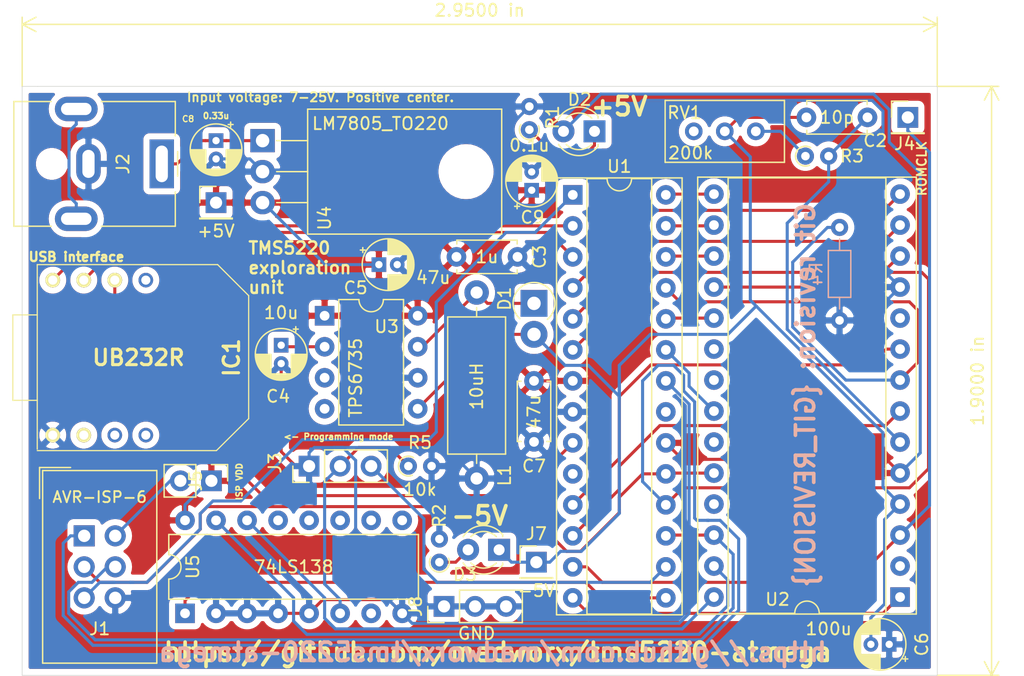
<source format=kicad_pcb>
(kicad_pcb (version 20171130) (host pcbnew "(5.1.4)-1")
  (layers (0 F.Cu signal) (31 B.Cu signal) (34 B.Paste user) (35 F.Paste user) (36 B.SilkS user) (37 F.SilkS user) (38 B.Mask user) (39 F.Mask user) (44 Edge.Cuts user))
  (net 0 "")
  (net 1 GND)
  (net 2 /UART_RX)
  (net 3 /UART_TX)
  (net 4 /SYSCLK)
  (net 5 +5V)
  (net 6 /~RESET)
  (net 7 /DBUS3)
  (net 8 /DBUS5)
  (net 9 /DBUS4)
  (net 10 /ROMCLK)
  (net 11 /DBUS0)
  (net 12 /IO)
  (net 13 /T11)
  (net 14 /~INT)
  (net 15 /DBUS6)
  (net 16 /~READY)
  (net 17 /~WS)
  (net 18 /~RS)
  (net 19 /DBUS2)
  (net 20 /DBUS1)
  (net 21 /M0)
  (net 22 /M1)
  (net 23 "Net-(J2-PadMP)")
  (net 24 /OSC)
  (net 25 -5V)
  (net 26 /REF)
  (net 27 /VIN)
  (net 28 /RW_EN)
  (net 29 /RW)
  (net 30 "Net-(J3-Pad2)")
  (net 31 "Net-(D2-Pad1)")
  (net 32 "Net-(D3-Pad2)")
  (net 33 "Net-(D1-Pad1)")
  (net 34 /ISPVDD)
  (net 35 "Net-(R3-Pad1)")
  (net 36 /ADCIN)
  (net 37 /DBUS7)
  (module Package_DIP:DIP-28_W15.24mm_Socket (layer F.Cu) (at 138.557 111.0615 180)
    (fp_text reference U2 (at 10.033 -0.1905) (layer F.SilkS))
    (fp_text value TMS5220)
    (pad 28 thru_hole oval (at 15.24 0 180) (size 1.6 1.6) (drill 0.8) (layers *.Cu *.Mask) (net 18 /~RS))
    (pad 14 thru_hole oval (at 0 33.02 180) (size 1.6 1.6) (drill 0.8) (layers *.Cu *.Mask) (net 11 /DBUS0))
    (pad 27 thru_hole oval (at 15.24 2.54 180) (size 1.6 1.6) (drill 0.8) (layers *.Cu *.Mask) (net 17 /~WS))
    (pad 13 thru_hole oval (at 0 30.48 180) (size 1.6 1.6) (drill 0.8) (layers *.Cu *.Mask) (net 20 /DBUS1))
    (pad 26 thru_hole oval (at 15.24 5.08 180) (size 1.6 1.6) (drill 0.8) (layers *.Cu *.Mask) (net 15 /DBUS6))
    (pad 12 thru_hole oval (at 0 27.94 180) (size 1.6 1.6) (drill 0.8) (layers *.Cu *.Mask) (net 19 /DBUS2))
    (pad 25 thru_hole oval (at 15.24 7.62 180) (size 1.6 1.6) (drill 0.8) (layers *.Cu *.Mask))
    (pad 11 thru_hole oval (at 0 25.4 180) (size 1.6 1.6) (drill 0.8) (layers *.Cu *.Mask) (net 1 GND))
    (pad 24 thru_hole oval (at 15.24 10.16 180) (size 1.6 1.6) (drill 0.8) (layers *.Cu *.Mask) (net 8 /DBUS5))
    (pad 10 thru_hole oval (at 0 22.86 180) (size 1.6 1.6) (drill 0.8) (layers *.Cu *.Mask))
    (pad 23 thru_hole oval (at 15.24 12.7 180) (size 1.6 1.6) (drill 0.8) (layers *.Cu *.Mask))
    (pad 9 thru_hole oval (at 0 20.32 180) (size 1.6 1.6) (drill 0.8) (layers *.Cu *.Mask) (net 12 /IO))
    (pad 22 thru_hole oval (at 15.24 15.24 180) (size 1.6 1.6) (drill 0.8) (layers *.Cu *.Mask) (net 9 /DBUS4))
    (pad 8 thru_hole oval (at 0 17.78 180) (size 1.6 1.6) (drill 0.8) (layers *.Cu *.Mask) (net 36 /ADCIN))
    (pad 21 thru_hole oval (at 15.24 17.78 180) (size 1.6 1.6) (drill 0.8) (layers *.Cu *.Mask))
    (pad 7 thru_hole oval (at 0 15.24 180) (size 1.6 1.6) (drill 0.8) (layers *.Cu *.Mask) (net 13 /T11))
    (pad 20 thru_hole oval (at 15.24 20.32 180) (size 1.6 1.6) (drill 0.8) (layers *.Cu *.Mask))
    (pad 6 thru_hole oval (at 0 12.7 180) (size 1.6 1.6) (drill 0.8) (layers *.Cu *.Mask) (net 24 /OSC))
    (pad 19 thru_hole oval (at 15.24 22.86 180) (size 1.6 1.6) (drill 0.8) (layers *.Cu *.Mask) (net 7 /DBUS3))
    (pad 5 thru_hole oval (at 0 10.16 180) (size 1.6 1.6) (drill 0.8) (layers *.Cu *.Mask) (net 5 +5V))
    (pad 18 thru_hole oval (at 15.24 25.4 180) (size 1.6 1.6) (drill 0.8) (layers *.Cu *.Mask) (net 16 /~READY))
    (pad 4 thru_hole oval (at 0 7.62 180) (size 1.6 1.6) (drill 0.8) (layers *.Cu *.Mask) (net 25 -5V))
    (pad 17 thru_hole oval (at 15.24 27.94 180) (size 1.6 1.6) (drill 0.8) (layers *.Cu *.Mask) (net 14 /~INT))
    (pad 3 thru_hole oval (at 0 5.08 180) (size 1.6 1.6) (drill 0.8) (layers *.Cu *.Mask) (net 10 /ROMCLK))
    (pad 16 thru_hole oval (at 15.24 30.48 180) (size 1.6 1.6) (drill 0.8) (layers *.Cu *.Mask) (net 22 /M1))
    (pad 2 thru_hole oval (at 0 2.54 180) (size 1.6 1.6) (drill 0.8) (layers *.Cu *.Mask))
    (pad 15 thru_hole oval (at 15.24 33.02 180) (size 1.6 1.6) (drill 0.8) (layers *.Cu *.Mask) (net 21 /M0))
    (pad 1 thru_hole rect (at 0 0 180) (size 1.6 1.6) (drill 0.8) (layers *.Cu *.Mask) (net 37 /DBUS7))
  )
  (module Resistor_THT:R_Axial_DIN0204_L3.6mm_D1.6mm_P7.62mm_Horizontal (layer B.Cu) (at 133.604 80.772 270)
    (fp_text reference R4 (at 3.81 1.92 90) (layer B.SilkS) (effects (justify mirror)))
    (fp_text value 3k3)
    (pad 2 thru_hole oval (at 7.62 0 270) (size 1.4 1.4) (drill 0.7) (layers *.Cu *.Mask) (net 1 GND))
    (pad 1 thru_hole circle (at 0 0 270) (size 1.4 1.4) (drill 0.7) (layers *.Cu *.Mask) (net 36 /ADCIN))
  )
  (module Package_DIP:DIP-28_W7.62mm_Socket (layer F.Cu) (at 111.76 78.105)
    (fp_text reference U1 (at 3.81 -2.33) (layer F.SilkS))
    (fp_text value ATmega328P-PU)
    (pad 28 thru_hole oval (at 7.62 0) (size 1.6 1.6) (drill 0.8) (layers *.Cu *.Mask) (net 21 /M0))
    (pad 14 thru_hole oval (at 0 33.02) (size 1.6 1.6) (drill 0.8) (layers *.Cu *.Mask) (net 37 /DBUS7))
    (pad 27 thru_hole oval (at 7.62 2.54) (size 1.6 1.6) (drill 0.8) (layers *.Cu *.Mask) (net 22 /M1))
    (pad 13 thru_hole oval (at 0 30.48) (size 1.6 1.6) (drill 0.8) (layers *.Cu *.Mask) (net 10 /ROMCLK))
    (pad 26 thru_hole oval (at 7.62 5.08) (size 1.6 1.6) (drill 0.8) (layers *.Cu *.Mask) (net 14 /~INT))
    (pad 12 thru_hole oval (at 0 27.94) (size 1.6 1.6) (drill 0.8) (layers *.Cu *.Mask) (net 13 /T11))
    (pad 25 thru_hole oval (at 7.62 7.62) (size 1.6 1.6) (drill 0.8) (layers *.Cu *.Mask) (net 36 /ADCIN))
    (pad 11 thru_hole oval (at 0 25.4) (size 1.6 1.6) (drill 0.8) (layers *.Cu *.Mask) (net 12 /IO))
    (pad 24 thru_hole oval (at 7.62 10.16) (size 1.6 1.6) (drill 0.8) (layers *.Cu *.Mask) (net 7 /DBUS3))
    (pad 10 thru_hole oval (at 0 22.86) (size 1.6 1.6) (drill 0.8) (layers *.Cu *.Mask))
    (pad 23 thru_hole oval (at 7.62 12.7) (size 1.6 1.6) (drill 0.8) (layers *.Cu *.Mask) (net 9 /DBUS4))
    (pad 9 thru_hole oval (at 0 20.32) (size 1.6 1.6) (drill 0.8) (layers *.Cu *.Mask) (net 4 /SYSCLK))
    (pad 22 thru_hole oval (at 7.62 15.24) (size 1.6 1.6) (drill 0.8) (layers *.Cu *.Mask) (net 1 GND))
    (pad 8 thru_hole oval (at 0 17.78) (size 1.6 1.6) (drill 0.8) (layers *.Cu *.Mask) (net 1 GND))
    (pad 21 thru_hole oval (at 7.62 17.78) (size 1.6 1.6) (drill 0.8) (layers *.Cu *.Mask))
    (pad 7 thru_hole oval (at 0 15.24) (size 1.6 1.6) (drill 0.8) (layers *.Cu *.Mask) (net 5 +5V))
    (pad 20 thru_hole oval (at 7.62 20.32) (size 1.6 1.6) (drill 0.8) (layers *.Cu *.Mask) (net 5 +5V))
    (pad 6 thru_hole oval (at 0 12.7) (size 1.6 1.6) (drill 0.8) (layers *.Cu *.Mask) (net 19 /DBUS2))
    (pad 19 thru_hole oval (at 7.62 22.86) (size 1.6 1.6) (drill 0.8) (layers *.Cu *.Mask) (net 8 /DBUS5))
    (pad 5 thru_hole oval (at 0 10.16) (size 1.6 1.6) (drill 0.8) (layers *.Cu *.Mask) (net 20 /DBUS1))
    (pad 18 thru_hole oval (at 7.62 25.4) (size 1.6 1.6) (drill 0.8) (layers *.Cu *.Mask) (net 16 /~READY))
    (pad 4 thru_hole oval (at 0 7.62) (size 1.6 1.6) (drill 0.8) (layers *.Cu *.Mask) (net 11 /DBUS0))
    (pad 17 thru_hole oval (at 7.62 27.94) (size 1.6 1.6) (drill 0.8) (layers *.Cu *.Mask) (net 15 /DBUS6))
    (pad 3 thru_hole oval (at 0 5.08) (size 1.6 1.6) (drill 0.8) (layers *.Cu *.Mask) (net 3 /UART_TX))
    (pad 16 thru_hole oval (at 7.62 30.48) (size 1.6 1.6) (drill 0.8) (layers *.Cu *.Mask) (net 28 /RW_EN))
    (pad 2 thru_hole oval (at 0 2.54) (size 1.6 1.6) (drill 0.8) (layers *.Cu *.Mask) (net 2 /UART_RX))
    (pad 15 thru_hole oval (at 7.62 33.02) (size 1.6 1.6) (drill 0.8) (layers *.Cu *.Mask) (net 29 /RW))
    (pad 1 thru_hole rect (at 0 0) (size 1.6 1.6) (drill 0.8) (layers *.Cu *.Mask) (net 6 /~RESET))
  )
  (module Capacitor_THT:CP_Radial_D4.0mm_P1.50mm (layer F.Cu) (at 87.884 90.424 270)
    (fp_text reference C4 (at 4.191 0.254 180) (layer F.SilkS))
    (fp_text value 10u (at -2.667 0 180) (layer F.SilkS))
    (pad 2 thru_hole circle (at 1.5 0 270) (size 1.2 1.2) (drill 0.6) (layers *.Cu *.Mask) (net 1 GND))
    (pad 1 thru_hole rect (at 0 0 270) (size 1.2 1.2) (drill 0.6) (layers *.Cu *.Mask) (net 26 /REF))
  )
  (module Resistor_THT:R_Axial_DIN0204_L3.6mm_D1.6mm_P1.90mm_Vertical (layer F.Cu) (at 100.838 108.204 90)
    (fp_text reference R2 (at 3.81 0 90) (layer F.SilkS))
    (fp_text value 220)
    (pad 2 thru_hole oval (at 1.9 0 90) (size 1.4 1.4) (drill 0.7) (layers *.Cu *.Mask) (net 1 GND))
    (pad 1 thru_hole circle (at 0 0 90) (size 1.4 1.4) (drill 0.7) (layers *.Cu *.Mask) (net 32 "Net-(D3-Pad2)"))
  )
  (module Connector_PinHeader_2.54mm:PinHeader_1x03_P2.54mm_Vertical (layer F.Cu) (at 101.219 111.8235 90)
    (fp_text reference J8 (at 0 -2.33 90) (layer F.SilkS))
    (fp_text value GND (at -2.2225 2.667 180) (layer F.SilkS))
    (pad 3 thru_hole oval (at 0 5.08 90) (size 1.7 1.7) (drill 1) (layers *.Cu *.Mask) (net 1 GND))
    (pad 2 thru_hole oval (at 0 2.54 90) (size 1.7 1.7) (drill 1) (layers *.Cu *.Mask) (net 1 GND))
    (pad 1 thru_hole rect (at 0 0 90) (size 1.7 1.7) (drill 1) (layers *.Cu *.Mask) (net 1 GND))
  )
  (module Connector_PinHeader_2.54mm:PinHeader_1x01_P2.54mm_Vertical (layer F.Cu) (at 108.7755 108.204)
    (fp_text reference J7 (at 0 -2.33) (layer F.SilkS))
    (fp_text value -5V (at 0 2.33) (layer F.SilkS))
    (pad 1 thru_hole rect (at 0 0) (size 1.7 1.7) (drill 1) (layers *.Cu *.Mask) (net 25 -5V))
  )
  (module Connector_PinHeader_2.54mm:PinHeader_1x01_P2.54mm_Vertical (layer F.Cu) (at 82.55 78.74)
    (fp_text reference J6)
    (fp_text value +5V (at 0 2.33) (layer F.SilkS))
    (pad 1 thru_hole rect (at 0 0) (size 1.7 1.7) (drill 1) (layers *.Cu *.Mask) (net 5 +5V))
  )
  (module Resistor_THT:R_Axial_DIN0204_L3.6mm_D1.6mm_P1.90mm_Vertical (layer F.Cu) (at 98.298 100.33)
    (fp_text reference R5 (at 0.95 -1.92) (layer F.SilkS))
    (fp_text value 10k (at 0.95 1.92) (layer F.SilkS))
    (pad 2 thru_hole oval (at 1.9 0) (size 1.4 1.4) (drill 0.7) (layers *.Cu *.Mask) (net 1 GND))
    (pad 1 thru_hole circle (at 0 0) (size 1.4 1.4) (drill 0.7) (layers *.Cu *.Mask) (net 30 "Net-(J3-Pad2)"))
  )
  (module Resistor_THT:R_Axial_DIN0204_L3.6mm_D1.6mm_P1.90mm_Vertical (layer F.Cu) (at 130.81 74.93)
    (fp_text reference R3 (at 3.81 0) (layer F.SilkS))
    (fp_text value 47k)
    (pad 2 thru_hole oval (at 1.9 0) (size 1.4 1.4) (drill 0.7) (layers *.Cu *.Mask) (net 24 /OSC))
    (pad 1 thru_hole circle (at 0 0) (size 1.4 1.4) (drill 0.7) (layers *.Cu *.Mask) (net 35 "Net-(R3-Pad1)"))
  )
  (module Capacitor_THT:C_Disc_D4.7mm_W2.5mm_P5.00mm (layer F.Cu) (at 135.89 71.755 180)
    (fp_text reference C2 (at -0.635 -1.905) (layer F.SilkS))
    (fp_text value 10p (at 2.5 0) (layer F.SilkS))
    (pad 2 thru_hole circle (at 5 0 180) (size 1.6 1.6) (drill 0.8) (layers *.Cu *.Mask) (net 25 -5V))
    (pad 1 thru_hole circle (at 0 0 180) (size 1.6 1.6) (drill 0.8) (layers *.Cu *.Mask) (net 24 /OSC))
  )
  (module Inductor_THT:L_Axial_L11.0mm_D4.5mm_P15.24mm_Horizontal_Fastron_MECC (layer F.Cu) (at 103.886 86.106 270)
    (fp_text reference L1 (at 14.986 -2.286 90) (layer F.SilkS))
    (fp_text value 10uH (at 7.6835 0 90) (layer F.SilkS))
    (pad 2 thru_hole oval (at 15.24 0 270) (size 2 2) (drill 1) (layers *.Cu *.Mask) (net 1 GND))
    (pad 1 thru_hole circle (at 0 0 270) (size 2 2) (drill 1) (layers *.Cu *.Mask) (net 33 "Net-(D1-Pad1)"))
  )
  (module Capacitor_THT:C_Disc_D4.7mm_W2.5mm_P5.00mm (layer F.Cu) (at 108.585 93.345 270)
    (fp_text reference C7 (at 6.985 0 180) (layer F.SilkS))
    (fp_text value 47u (at 2.54 0 270) (layer F.SilkS))
    (pad 2 thru_hole circle (at 5 0 270) (size 1.6 1.6) (drill 0.8) (layers *.Cu *.Mask) (net 1 GND))
    (pad 1 thru_hole circle (at 0 0 270) (size 1.6 1.6) (drill 0.8) (layers *.Cu *.Mask) (net 5 +5V))
  )
  (module Capacitor_THT:C_Disc_D4.7mm_W2.5mm_P5.00mm (layer F.Cu) (at 102.235 83.185)
    (fp_text reference C3 (at 6.7945 0 90) (layer F.SilkS))
    (fp_text value 1u (at 2.5 0) (layer F.SilkS))
    (pad 2 thru_hole circle (at 5 0) (size 1.6 1.6) (drill 0.8) (layers *.Cu *.Mask) (net 1 GND))
    (pad 1 thru_hole circle (at 0 0) (size 1.6 1.6) (drill 0.8) (layers *.Cu *.Mask) (net 5 +5V))
  )
  (module Connector_BarrelJack:BarrelJack_CUI_PJ-063AH_Horizontal (layer F.Cu) (at 78.105 75.565 270)
    (fp_text reference J2 (at 0 3.175 90) (layer F.SilkS))
    (fp_text value Barrel_Jack_MountingPin hide)
    (pad "" np_thru_hole circle (at 0 9 270) (size 1.6 1.6) (drill 1.6) (layers *.Cu *.Mask))
    (pad MP thru_hole oval (at 4.5 7 270) (size 2 3.5) (drill oval 1 2.5) (layers *.Cu *.Mask) (net 23 "Net-(J2-PadMP)"))
    (pad MP thru_hole oval (at -4.5 7 270) (size 2 3.5) (drill oval 1 2.5) (layers *.Cu *.Mask) (net 23 "Net-(J2-PadMP)"))
    (pad 2 thru_hole oval (at 0 6 270) (size 3.3 2) (drill oval 2.3 1) (layers *.Cu *.Mask) (net 1 GND))
    (pad 1 thru_hole rect (at 0 0 270) (size 4 2) (drill oval 3 1) (layers *.Cu *.Mask) (net 27 /VIN))
  )
  (module Connector_PinHeader_2.54mm:PinHeader_1x02_P2.54mm_Vertical (layer F.Cu) (at 82.169 101.5365 270)
    (fp_text reference J5 (at 0 1.2954 90) (layer F.SilkS))
    (fp_text value Conn_01x02 hide)
    (pad 2 thru_hole oval (at 0 2.54 270) (size 1.7 1.7) (drill 1) (layers *.Cu *.Mask) (net 34 /ISPVDD))
    (pad 1 thru_hole rect (at 0 0 270) (size 1.7 1.7) (drill 1) (layers *.Cu *.Mask) (net 5 +5V))
  )
  (module Capacitor_THT:CP_Radial_D4.0mm_P1.50mm (layer F.Cu) (at 137.668 114.935 180)
    (fp_text reference C6 (at -2.667 0 90) (layer F.SilkS))
    (fp_text value 100u (at 4.953 1.27) (layer F.SilkS))
    (pad 2 thru_hole circle (at 1.5 0 180) (size 1.2 1.2) (drill 0.6) (layers *.Cu *.Mask) (net 25 -5V))
    (pad 1 thru_hole rect (at 0 0 180) (size 1.2 1.2) (drill 0.6) (layers *.Cu *.Mask) (net 1 GND))
  )
  (module Capacitor_THT:CP_Radial_D4.0mm_P1.50mm (layer F.Cu) (at 95.885 83.82)
    (fp_text reference C5 (at -1.905 1.905) (layer F.SilkS))
    (fp_text value 47u (at 4.445 1.0668) (layer F.SilkS))
    (pad 2 thru_hole circle (at 1.5 0) (size 1.2 1.2) (drill 0.6) (layers *.Cu *.Mask) (net 1 GND))
    (pad 1 thru_hole rect (at 0 0) (size 1.2 1.2) (drill 0.6) (layers *.Cu *.Mask) (net 5 +5V))
  )
  (module Capacitor_THT:CP_Radial_D4.0mm_P1.50mm (layer F.Cu) (at 108.3945 77.724 90)
    (fp_text reference C9 (at -2.2225 0.0635 180) (layer F.SilkS))
    (fp_text value 0.1u (at 3.683 -0.1905 180) (layer F.SilkS))
    (pad 2 thru_hole circle (at 1.5 0 90) (size 1.2 1.2) (drill 0.6) (layers *.Cu *.Mask) (net 1 GND))
    (pad 1 thru_hole rect (at 0 0 90) (size 1.2 1.2) (drill 0.6) (layers *.Cu *.Mask) (net 5 +5V))
  )
  (module Capacitor_THT:CP_Radial_D4.0mm_P1.50mm (layer F.Cu) (at 82.55 73.66 270)
    (fp_text reference C8 (at -1.778 2.286 180) (layer F.SilkS) (effects (font (size 0.5 0.5) (thickness 0.1))))
    (fp_text value 0.33u (at -2.032 0 180) (layer F.SilkS) (effects (font (size 0.5 0.5) (thickness 0.125))))
    (pad 2 thru_hole circle (at 1.5 0 270) (size 1.2 1.2) (drill 0.6) (layers *.Cu *.Mask) (net 1 GND))
    (pad 1 thru_hole rect (at 0 0 270) (size 1.2 1.2) (drill 0.6) (layers *.Cu *.Mask) (net 27 /VIN))
  )
  (module Resistor_THT:R_Axial_DIN0204_L3.6mm_D1.6mm_P1.90mm_Vertical (layer F.Cu) (at 108.204 72.766 90)
    (fp_text reference R1 (at 1.016 1.905 90) (layer F.SilkS))
    (fp_text value 220)
    (pad 2 thru_hole oval (at 1.9 0 90) (size 1.4 1.4) (drill 0.7) (layers *.Cu *.Mask) (net 1 GND))
    (pad 1 thru_hole circle (at 0 0 90) (size 1.4 1.4) (drill 0.7) (layers *.Cu *.Mask) (net 31 "Net-(D2-Pad1)"))
  )
  (module LED_THT:LED_D3.0mm (layer F.Cu) (at 105.7275 107.188 180)
    (fp_text reference D3 (at 2.794 -2.032) (layer F.SilkS))
    (fp_text value LED)
    (pad 2 thru_hole circle (at 2.54 0 180) (size 1.8 1.8) (drill 0.9) (layers *.Cu *.Mask) (net 32 "Net-(D3-Pad2)"))
    (pad 1 thru_hole rect (at 0 0 180) (size 1.8 1.8) (drill 0.9) (layers *.Cu *.Mask) (net 25 -5V))
  )
  (module LED_THT:LED_D3.0mm (layer F.Cu) (at 113.538 72.898 180)
    (fp_text reference D2 (at 1.2192 2.6162) (layer F.SilkS))
    (fp_text value LED)
    (pad 2 thru_hole circle (at 2.54 0 180) (size 1.8 1.8) (drill 0.9) (layers *.Cu *.Mask) (net 5 +5V))
    (pad 1 thru_hole rect (at 0 0 180) (size 1.8 1.8) (drill 0.9) (layers *.Cu *.Mask) (net 31 "Net-(D2-Pad1)"))
  )
  (module Connector_PinHeader_2.54mm:PinHeader_1x01_P2.54mm_Vertical (layer F.Cu) (at 139.192 71.755)
    (fp_text reference J4 (at -0.254 2.159) (layer F.SilkS))
    (fp_text value ROMCLK (at 1.143 4.191 90) (layer F.SilkS) (effects (font (size 0.75 0.75))))
    (pad 1 thru_hole rect (at 0 0) (size 1.7 1.7) (drill 1) (layers *.Cu *.Mask) (net 10 /ROMCLK))
  )
  (module Connector_PinHeader_2.54mm:PinHeader_1x03_P2.54mm_Vertical (layer F.Cu) (at 90.17 100.33 90)
    (fp_text reference J3 (at 0.254 -2.794 90) (layer F.SilkS))
    (fp_text value Conn_01x03 hide)
    (pad 3 thru_hole oval (at 0 5.08 90) (size 1.7 1.7) (drill 1) (layers *.Cu *.Mask) (net 28 /RW_EN))
    (pad 2 thru_hole oval (at 0 2.54 90) (size 1.7 1.7) (drill 1) (layers *.Cu *.Mask) (net 30 "Net-(J3-Pad2)"))
    (pad 1 thru_hole rect (at 0 0 90) (size 1.7 1.7) (drill 1) (layers *.Cu *.Mask) (net 1 GND))
  )
  (module Package_DIP:DIP-16_W7.62mm (layer F.Cu) (at 80.01 112.395 90)
    (fp_text reference U5 (at 3.81 0.635 90) (layer F.SilkS))
    (fp_text value 74LS138 (at 3.81 8.89 180) (layer F.SilkS))
    (pad 16 thru_hole oval (at 7.62 0 90) (size 1.6 1.6) (drill 0.8) (layers *.Cu *.Mask) (net 5 +5V))
    (pad 8 thru_hole oval (at 0 17.78 90) (size 1.6 1.6) (drill 0.8) (layers *.Cu *.Mask) (net 1 GND))
    (pad 15 thru_hole oval (at 7.62 2.54 90) (size 1.6 1.6) (drill 0.8) (layers *.Cu *.Mask) (net 17 /~WS))
    (pad 7 thru_hole oval (at 0 15.24 90) (size 1.6 1.6) (drill 0.8) (layers *.Cu *.Mask))
    (pad 14 thru_hole oval (at 7.62 5.08 90) (size 1.6 1.6) (drill 0.8) (layers *.Cu *.Mask) (net 18 /~RS))
    (pad 6 thru_hole oval (at 0 12.7 90) (size 1.6 1.6) (drill 0.8) (layers *.Cu *.Mask) (net 30 "Net-(J3-Pad2)"))
    (pad 13 thru_hole oval (at 7.62 7.62 90) (size 1.6 1.6) (drill 0.8) (layers *.Cu *.Mask))
    (pad 5 thru_hole oval (at 0 10.16 90) (size 1.6 1.6) (drill 0.8) (layers *.Cu *.Mask) (net 1 GND))
    (pad 12 thru_hole oval (at 7.62 10.16 90) (size 1.6 1.6) (drill 0.8) (layers *.Cu *.Mask))
    (pad 4 thru_hole oval (at 0 7.62 90) (size 1.6 1.6) (drill 0.8) (layers *.Cu *.Mask) (net 1 GND))
    (pad 11 thru_hole oval (at 7.62 12.7 90) (size 1.6 1.6) (drill 0.8) (layers *.Cu *.Mask))
    (pad 3 thru_hole oval (at 0 5.08 90) (size 1.6 1.6) (drill 0.8) (layers *.Cu *.Mask) (net 1 GND))
    (pad 10 thru_hole oval (at 7.62 15.24 90) (size 1.6 1.6) (drill 0.8) (layers *.Cu *.Mask))
    (pad 2 thru_hole oval (at 0 2.54 90) (size 1.6 1.6) (drill 0.8) (layers *.Cu *.Mask) (net 1 GND))
    (pad 9 thru_hole oval (at 7.62 17.78 90) (size 1.6 1.6) (drill 0.8) (layers *.Cu *.Mask))
    (pad 1 thru_hole rect (at 0 0 90) (size 1.6 1.6) (drill 0.8) (layers *.Cu *.Mask) (net 29 /RW))
  )
  (module Package_TO_SOT_THT:TO-220-3_Horizontal_TabDown (layer F.Cu) (at 86.36 73.66 270)
    (fp_text reference U4 (at 6.35 -5.08 90) (layer F.SilkS))
    (fp_text value LM7805_TO220 (at -1.397 -9.652 180) (layer F.SilkS))
    (pad 3 thru_hole oval (at 5.08 0 270) (size 1.905 2) (drill 1.1) (layers *.Cu *.Mask) (net 5 +5V))
    (pad 2 thru_hole oval (at 2.54 0 270) (size 1.905 2) (drill 1.1) (layers *.Cu *.Mask) (net 1 GND))
    (pad 1 thru_hole rect (at 0 0 270) (size 1.905 2) (drill 1.1) (layers *.Cu *.Mask) (net 27 /VIN))
    (pad "" np_thru_hole oval (at 2.54 -16.66 270) (size 3.5 3.5) (drill 3.5) (layers *.Cu *.Mask))
  )
  (module Connector_IDC:IDC-Header_2x03_P2.54mm_Vertical (layer F.Cu) (at 71.755 106.045)
    (fp_text reference J1 (at 1.27 7.62) (layer F.SilkS))
    (fp_text value AVR-ISP-6 (at 1.27 -3.175) (layer F.SilkS) (effects (font (size 0.9 0.9))))
    (pad 6 thru_hole oval (at 2.54 5.08) (size 1.7272 1.7272) (drill 1.016) (layers *.Cu *.Mask) (net 1 GND))
    (pad 5 thru_hole oval (at 0 5.08) (size 1.7272 1.7272) (drill 1.016) (layers *.Cu *.Mask) (net 6 /~RESET))
    (pad 4 thru_hole oval (at 2.54 2.54) (size 1.7272 1.7272) (drill 1.016) (layers *.Cu *.Mask) (net 15 /DBUS6))
    (pad 3 thru_hole oval (at 0 2.54) (size 1.7272 1.7272) (drill 1.016) (layers *.Cu *.Mask) (net 8 /DBUS5))
    (pad 2 thru_hole oval (at 2.54 0) (size 1.7272 1.7272) (drill 1.016) (layers *.Cu *.Mask) (net 34 /ISPVDD))
    (pad 1 thru_hole rect (at 0 0) (size 1.7272 1.7272) (drill 1.016) (layers *.Cu *.Mask) (net 16 /~READY))
  )
  (module Diode_THT:D_DO-41_SOD81_P2.54mm_Vertical_AnodeUp (layer F.Cu) (at 108.585 86.995 270)
    (fp_text reference D1 (at -0.381 2.413 90) (layer F.SilkS))
    (fp_text value D_Schottky hide)
    (pad 2 thru_hole oval (at 2.54 0 270) (size 2.2 2.2) (drill 1.1) (layers *.Cu *.Mask) (net 25 -5V))
    (pad 1 thru_hole rect (at 0 0 270) (size 2.2 2.2) (drill 1.1) (layers *.Cu *.Mask) (net 33 "Net-(D1-Pad1)"))
  )
  (module Potentiometer_THT:Potentiometer_Bourns_3296W_Vertical (layer F.Cu) (at 126.746 72.898)
    (fp_text reference RV1 (at -5.842 -1.524 180) (layer F.SilkS))
    (fp_text value 200k (at -5.334 1.778) (layer F.SilkS))
    (pad 3 thru_hole circle (at -5.08 0) (size 1.44 1.44) (drill 0.8) (layers *.Cu *.Mask))
    (pad 2 thru_hole circle (at -2.54 0) (size 1.44 1.44) (drill 0.8) (layers *.Cu *.Mask) (net 25 -5V))
    (pad 1 thru_hole circle (at 0 0) (size 1.44 1.44) (drill 0.8) (layers *.Cu *.Mask) (net 35 "Net-(R3-Pad1)"))
  )
  (module UB232R:UB232R (layer F.Cu) (at 75.565 91.44)
    (fp_text reference IC1 (at 8.255 0 90) (layer F.SilkS) (effects (font (size 1.27 1.27) (thickness 0.254))))
    (fp_text value UB232R (at 0.635 0) (layer F.SilkS) (effects (font (size 1.27 1.27) (thickness 0.254))))
    (pad 8 thru_hole circle (at -6.385 -6.35 90) (size 1.2 1.2) (drill 0.75) (layers *.Cu *.Mask F.SilkS) (net 2 /UART_RX))
    (pad 7 thru_hole circle (at -3.845 -6.35 90) (size 1.2 1.2) (drill 0.75) (layers *.Cu *.Mask F.SilkS) (net 3 /UART_TX))
    (pad 6 thru_hole circle (at -1.305 -6.35 90) (size 1.2 1.2) (drill 0.75) (layers *.Cu *.Mask F.SilkS) (net 4 /SYSCLK))
    (pad 5 thru_hole circle (at 1.235 -6.35 90) (size 1.2 1.2) (drill 0.75) (layers *.Cu *.Mask))
    (pad 4 thru_hole circle (at 1.235 6.35 90) (size 1.2 1.2) (drill 0.75) (layers *.Cu *.Mask))
    (pad 3 thru_hole circle (at -1.305 6.35 90) (size 1.2 1.2) (drill 0.75) (layers *.Cu *.Mask))
    (pad 2 thru_hole circle (at -3.845 6.35 90) (size 1.2 1.2) (drill 0.75) (layers *.Cu *.Mask F.SilkS))
    (pad 1 thru_hole circle (at -6.385 6.35 90) (size 1.2 1.2) (drill 0.75) (layers *.Cu *.Mask F.SilkS) (net 1 GND))
  )
  (module Package_DIP:DIP-8_W7.62mm (layer F.Cu) (at 91.44 88.011)
    (fp_text reference U3 (at 5.08 0.889) (layer F.SilkS))
    (fp_text value TPS6735 (at 2.54 5.08 90) (layer F.SilkS))
    (pad 8 thru_hole oval (at 7.62 0) (size 1.6 1.6) (drill 0.8) (layers *.Cu *.Mask) (net 5 +5V))
    (pad 4 thru_hole oval (at 0 7.62) (size 1.6 1.6) (drill 0.8) (layers *.Cu *.Mask))
    (pad 7 thru_hole oval (at 7.62 2.54) (size 1.6 1.6) (drill 0.8) (layers *.Cu *.Mask) (net 33 "Net-(D1-Pad1)"))
    (pad 3 thru_hole oval (at 0 5.08) (size 1.6 1.6) (drill 0.8) (layers *.Cu *.Mask))
    (pad 6 thru_hole oval (at 7.62 5.08) (size 1.6 1.6) (drill 0.8) (layers *.Cu *.Mask) (net 1 GND))
    (pad 2 thru_hole oval (at 0 2.54) (size 1.6 1.6) (drill 0.8) (layers *.Cu *.Mask) (net 26 /REF))
    (pad 5 thru_hole oval (at 7.62 7.62) (size 1.6 1.6) (drill 0.8) (layers *.Cu *.Mask) (net 25 -5V))
    (pad 1 thru_hole rect (at 0 0) (size 1.6 1.6) (drill 0.8) (layers *.Cu *.Mask) (net 5 +5V))
  )
  (dimension 48.26 (width 0.12) (layer F.SilkS) (gr_text "48.260 mm" (at 147.32 93.345 270) (layer F.SilkS) (effects (font (size 1 1) (thickness 0.15)))) (feature1 (pts (xy 141.605 117.475) (xy 146.636421 117.475))) (feature2 (pts (xy 141.605 69.215) (xy 146.636421 69.215))) (crossbar (pts (xy 146.05 69.215) (xy 146.05 117.475))) (arrow1a (pts (xy 146.05 117.475) (xy 145.463579 116.348496))) (arrow1b (pts (xy 146.05 117.475) (xy 146.636421 116.348496))) (arrow2a (pts (xy 146.05 69.215) (xy 145.463579 70.341504))) (arrow2b (pts (xy 146.05 69.215) (xy 146.636421 70.341504))))
  (dimension 74.93 (width 0.12) (layer F.SilkS) (gr_text "74.930 mm" (at 104.14 62.865) (layer F.SilkS) (effects (font (size 1 1) (thickness 0.15)))) (feature1 (pts (xy 141.605 69.215) (xy 141.605 63.548579))) (feature2 (pts (xy 66.675 69.215) (xy 66.675 63.548579))) (crossbar (pts (xy 66.675 64.135) (xy 141.605 64.135))) (arrow1a (pts (xy 141.605 64.135) (xy 140.478496 64.721421))) (arrow1b (pts (xy 141.605 64.135) (xy 140.478496 63.548579))) (arrow2a (pts (xy 66.675 64.135) (xy 67.801504 64.721421))) (arrow2b (pts (xy 66.675 64.135) (xy 67.801504 63.548579))))
  (gr_text "ISP VDD" (at 84.455 101.6 90) (layer F.SilkS) (effects (font (size 0.5 0.5) (thickness 0.125))))
  (gr_text +5V (at 115.57 70.866) (layer F.SilkS) (effects (font (size 1.5 1.5) (thickness 0.3))))
  (gr_text -5V (at 104.14 104.394) (layer F.SilkS) (effects (font (size 1.5 1.5) (thickness 0.3))))
  (gr_text "Git revision: {GIT_REVISION}" (at 130.81 94.5134 90) (layer B.SilkS) (effects (font (size 1.5 1.5) (thickness 0.3)) (justify mirror)))
  (gr_text https://github.com/madworx/tms5220-atmega (at 132.715 115.57) (layer B.SilkS) (effects (font (size 1.5 1.5) (thickness 0.3)) (justify left mirror)))
  (gr_text "USB interface" (at 71.12 83.185) (layer F.SilkS) (effects (font (size 0.75 0.75) (thickness 0.1875))))
  (gr_text https://github.com/madworx/tms5220-atmega (at 78.105 115.57) (layer F.SilkS) (effects (font (size 1.5 1.5) (thickness 0.3)) (justify left)))
  (gr_text "TMS5220\nexploration\nunit" (at 85.09 84.074) (layer F.SilkS) (effects (font (size 1 1) (thickness 0.2)) (justify left)))
  (gr_text "<- Programming mode" (at 92.583 97.917) (layer F.SilkS) (effects (font (size 0.5 0.5) (thickness 0.125))))
  (gr_text "Input voltage: 7-25V. Positive center." (at 80.0735 70.104) (layer F.SilkS) (effects (font (size 0.75 0.75)) (justify left)))
  (gr_line (start 141.605 117.475) (end 141.605 69.215) (layer Edge.Cuts) (width 0.05))
  (gr_line (start 66.675 69.215) (end 67.945 69.215) (layer Edge.Cuts) (width 0.05))
  (gr_line (start 66.675 117.475) (end 66.675 69.215) (layer Edge.Cuts) (width 0.05))
  (gr_line (start 141.605 117.475) (end 66.675 117.475) (layer Edge.Cuts) (width 0.05))
  (gr_line (start 67.945 69.215) (end 141.605 69.215) (layer Edge.Cuts) (width 0.05))
  (segment (start 90.17 112.395) (end 82.55 112.395) (width 0.25) (layer F.Cu) (net 1))
  (segment (start 96.664999 111.269999) (end 97.79 112.395) (width 0.25) (layer F.Cu) (net 1))
  (segment (start 91.295001 111.269999) (end 96.664999 111.269999) (width 0.25) (layer F.Cu) (net 1))
  (segment (start 90.17 112.395) (end 91.295001 111.269999) (width 0.25) (layer F.Cu) (net 1))
  (segment (start 89.07 100.33) (end 90.17 100.33) (width 0.25) (layer F.Cu) (net 1))
  (segment (start 87.884 99.144) (end 89.07 100.33) (width 0.25) (layer F.Cu) (net 1))
  (segment (start 87.884 91.924) (end 87.884 99.144) (width 0.25) (layer F.Cu) (net 1))
  (segment (start 90.17 99.23) (end 90.594 98.806) (width 0.25) (layer B.Cu) (net 1))
  (segment (start 90.17 100.33) (end 90.17 99.23) (width 0.25) (layer B.Cu) (net 1))
  (segment (start 92.925002 98.806) (end 93.98 99.860998) (width 0.25) (layer B.Cu) (net 1))
  (segment (start 92.202 98.806) (end 92.925002 98.806) (width 0.25) (layer B.Cu) (net 1))
  (segment (start 90.594 98.806) (end 92.202 98.806) (width 0.25) (layer B.Cu) (net 1))
  (segment (start 93.98 108.585) (end 97.79 112.395) (width 0.25) (layer B.Cu) (net 1))
  (segment (start 93.98 99.860998) (end 93.98 108.585) (width 0.25) (layer B.Cu) (net 1))
  (segment (start 98.60999 113.21499) (end 120.46501 113.21499) (width 0.25) (layer B.Cu) (net 1))
  (segment (start 121.285 112.395) (end 121.285 95.25) (width 0.25) (layer B.Cu) (net 1))
  (segment (start 120.46501 113.21499) (end 121.285 112.395) (width 0.25) (layer B.Cu) (net 1))
  (segment (start 97.79 112.395) (end 98.60999 113.21499) (width 0.25) (layer B.Cu) (net 1))
  (segment (start 85.32 75.16) (end 86.36 76.2) (width 0.25) (layer B.Cu) (net 1))
  (segment (start 82.55 75.16) (end 85.32 75.16) (width 0.25) (layer B.Cu) (net 1))
  (segment (start 121.285 95.25) (end 119.38 93.345) (width 0.25) (layer B.Cu) (net 1))
  (segment (start 92.202 98.806) (end 101.346 98.806) (width 0.25) (layer B.Cu) (net 1))
  (segment (start 101.346 98.806) (end 103.886 101.346) (width 0.25) (layer B.Cu) (net 1))
  (segment (start 107.794501 75.624001) (end 108.3945 76.224) (width 0.25) (layer B.Cu) (net 1))
  (segment (start 106.68 74.5095) (end 107.794501 75.624001) (width 0.25) (layer B.Cu) (net 1))
  (segment (start 106.68 72.39) (end 106.68 74.5095) (width 0.25) (layer B.Cu) (net 1))
  (segment (start 108.204 70.866) (end 106.68 72.39) (width 0.25) (layer B.Cu) (net 1))
  (segment (start 136.26959 70.358) (end 137.16 71.24841) (width 0.25) (layer B.Cu) (net 1))
  (segment (start 137.16 76.835) (end 137.16 84.2645) (width 0.25) (layer B.Cu) (net 1))
  (segment (start 116.078 71.76) (end 117.48 70.358) (width 0.25) (layer B.Cu) (net 1))
  (segment (start 117.48 70.358) (end 136.26959 70.358) (width 0.25) (layer B.Cu) (net 1))
  (segment (start 137.16 84.2645) (end 138.557 85.6615) (width 0.25) (layer B.Cu) (net 1))
  (segment (start 137.16 71.24841) (end 137.16 76.835) (width 0.25) (layer B.Cu) (net 1))
  (segment (start 135.8265 88.392) (end 138.557 85.6615) (width 0.25) (layer B.Cu) (net 1))
  (segment (start 133.604 88.392) (end 135.8265 88.392) (width 0.25) (layer B.Cu) (net 1))
  (segment (start 73.625 80.645) (end 111.76 80.645) (width 0.25) (layer F.Cu) (net 2))
  (segment (start 69.18 85.09) (end 73.625 80.645) (width 0.25) (layer F.Cu) (net 2))
  (segment (start 109.760001 81.185001) (end 111.76 83.185) (width 0.25) (layer F.Cu) (net 3))
  (segment (start 75.624999 81.185001) (end 109.760001 81.185001) (width 0.25) (layer F.Cu) (net 3))
  (segment (start 71.72 85.09) (end 75.624999 81.185001) (width 0.25) (layer F.Cu) (net 3))
  (segment (start 74.26 90.6495) (end 74.26 85.09) (width 0.25) (layer F.Cu) (net 4))
  (segment (start 86.360479 102.749979) (end 74.26 90.6495) (width 0.25) (layer F.Cu) (net 4))
  (segment (start 107.435021 102.749979) (end 86.360479 102.749979) (width 0.25) (layer F.Cu) (net 4))
  (segment (start 111.76 98.425) (end 107.435021 102.749979) (width 0.25) (layer F.Cu) (net 4))
  (segment (start 108.585 93.345) (end 111.76 93.345) (width 0.25) (layer F.Cu) (net 5))
  (segment (start 95.885 84.836) (end 99.06 88.011) (width 0.25) (layer F.Cu) (net 5))
  (segment (start 95.885 83.82) (end 95.885 84.836) (width 0.25) (layer F.Cu) (net 5))
  (segment (start 99.06 86.36) (end 99.06 88.011) (width 0.25) (layer F.Cu) (net 5))
  (segment (start 102.235 83.185) (end 99.06 86.36) (width 0.25) (layer F.Cu) (net 5))
  (segment (start 137.431999 99.776499) (end 138.557 100.9015) (width 0.25) (layer F.Cu) (net 5))
  (segment (start 120.731499 99.776499) (end 137.431999 99.776499) (width 0.25) (layer F.Cu) (net 5))
  (segment (start 119.38 98.425) (end 120.731499 99.776499) (width 0.25) (layer F.Cu) (net 5))
  (segment (start 83.65 78.74) (end 86.36 78.74) (width 0.25) (layer F.Cu) (net 5))
  (segment (start 82.55 78.74) (end 83.65 78.74) (width 0.25) (layer F.Cu) (net 5))
  (segment (start 106.426 78.74) (end 86.36 78.74) (width 0.25) (layer F.Cu) (net 5))
  (segment (start 107.3785 78.74) (end 106.426 78.74) (width 0.25) (layer F.Cu) (net 5))
  (segment (start 108.3945 77.724) (end 107.3785 78.74) (width 0.25) (layer F.Cu) (net 5))
  (segment (start 86.4075 78.74) (end 91.4875 83.82) (width 0.25) (layer B.Cu) (net 5))
  (segment (start 86.36 78.74) (end 86.4075 78.74) (width 0.25) (layer B.Cu) (net 5))
  (segment (start 91.4875 83.82) (end 95.885 83.82) (width 0.25) (layer B.Cu) (net 5))
  (segment (start 80.01 103.505) (end 80.01 104.775) (width 0.25) (layer B.Cu) (net 5))
  (segment (start 82.169 101.5365) (end 81.9785 101.5365) (width 0.25) (layer B.Cu) (net 5))
  (segment (start 81.9785 101.5365) (end 80.01 103.505) (width 0.25) (layer B.Cu) (net 5))
  (segment (start 110.998 72.898) (end 114.046 69.85) (width 0.25) (layer B.Cu) (net 5))
  (segment (start 114.046 69.85) (end 136.398 69.85) (width 0.25) (layer B.Cu) (net 5))
  (segment (start 136.398 69.85) (end 137.668 71.12) (width 0.25) (layer B.Cu) (net 5))
  (segment (start 137.668 71.12) (end 137.668 73.787) (width 0.25) (layer B.Cu) (net 5))
  (segment (start 137.668 73.787) (end 140.208 76.327) (width 0.25) (layer B.Cu) (net 5))
  (segment (start 140.208 99.2505) (end 138.557 100.9015) (width 0.25) (layer B.Cu) (net 5))
  (segment (start 140.208 76.327) (end 140.208 99.2505) (width 0.25) (layer B.Cu) (net 5))
  (segment (start 73.025 109.855) (end 74.2442 109.855) (width 0.25) (layer B.Cu) (net 6))
  (segment (start 71.755 111.125) (end 73.025 109.855) (width 0.25) (layer B.Cu) (net 6))
  (segment (start 73.1012 109.855) (end 74.2442 109.855) (width 0.25) (layer B.Cu) (net 6))
  (segment (start 74.2442 109.855) (end 75.5142 109.855) (width 0.25) (layer B.Cu) (net 6))
  (segment (start 75.5142 109.855) (end 75.7936 109.855) (width 0.25) (layer B.Cu) (net 6))
  (segment (start 111.76 78.105) (end 109.86008 80.00492) (width 0.25) (layer B.Cu) (net 6))
  (segment (start 109.86008 80.00492) (end 109.6391 80.2259) (width 0.25) (layer B.Cu) (net 6))
  (segment (start 108.6866 81.1784) (end 109.86008 80.00492) (width 0.25) (layer B.Cu) (net 6))
  (segment (start 106.299 81.1784) (end 108.6866 81.1784) (width 0.25) (layer B.Cu) (net 6))
  (segment (start 100.584 97.536) (end 100.584 86.8934) (width 0.25) (layer B.Cu) (net 6))
  (segment (start 89.605501 98.163999) (end 99.956001 98.163999) (width 0.25) (layer B.Cu) (net 6))
  (segment (start 75.5142 109.855) (end 76.885 109.855) (width 0.25) (layer B.Cu) (net 6))
  (segment (start 81.2542 105.4858) (end 81.2542 104.2293) (width 0.25) (layer B.Cu) (net 6))
  (segment (start 99.956001 98.163999) (end 100.584 97.536) (width 0.25) (layer B.Cu) (net 6))
  (segment (start 81.2542 104.2293) (end 82.296 103.1875) (width 0.25) (layer B.Cu) (net 6))
  (segment (start 100.584 86.8934) (end 106.299 81.1784) (width 0.25) (layer B.Cu) (net 6))
  (segment (start 82.296 103.1875) (end 84.582 103.1875) (width 0.25) (layer B.Cu) (net 6))
  (segment (start 76.885 109.855) (end 81.2542 105.4858) (width 0.25) (layer B.Cu) (net 6))
  (segment (start 84.582 103.1875) (end 89.605501 98.163999) (width 0.25) (layer B.Cu) (net 6))
  (segment (start 119.4435 88.2015) (end 119.38 88.265) (width 0.25) (layer F.Cu) (net 7))
  (segment (start 123.317 88.2015) (end 119.4435 88.2015) (width 0.25) (layer F.Cu) (net 7))
  (segment (start 119.4435 100.9015) (end 119.38 100.965) (width 0.25) (layer F.Cu) (net 8))
  (segment (start 123.317 100.9015) (end 119.4435 100.9015) (width 0.25) (layer F.Cu) (net 8))
  (segment (start 82.560379 103.649999) (end 82.752981 103.649999) (width 0.25) (layer F.Cu) (net 8))
  (segment (start 73.025 109.855) (end 74.0918 109.855) (width 0.25) (layer F.Cu) (net 8))
  (segment (start 71.755 108.585) (end 73.025 109.855) (width 0.25) (layer F.Cu) (net 8))
  (segment (start 73.1012 109.855) (end 74.0918 109.855) (width 0.25) (layer F.Cu) (net 8))
  (segment (start 81.838581 103.649999) (end 82.752981 103.649999) (width 0.25) (layer F.Cu) (net 8))
  (segment (start 81.25714 104.23144) (end 81.838581 103.649999) (width 0.25) (layer F.Cu) (net 8))
  (segment (start 81.25714 105.50144) (end 81.25714 104.23144) (width 0.25) (layer F.Cu) (net 8))
  (segment (start 74.0918 109.855) (end 76.90358 109.855) (width 0.25) (layer F.Cu) (net 8))
  (segment (start 76.90358 109.855) (end 81.25714 105.50144) (width 0.25) (layer F.Cu) (net 8))
  (segment (start 117.47641 100.965) (end 119.38 100.965) (width 0.25) (layer F.Cu) (net 8))
  (segment (start 107.586999 103.649999) (end 111.252 107.315) (width 0.25) (layer F.Cu) (net 8))
  (segment (start 82.752981 103.649999) (end 107.586999 103.649999) (width 0.25) (layer F.Cu) (net 8))
  (segment (start 111.252 107.315) (end 112.395 107.315) (width 0.25) (layer F.Cu) (net 8))
  (segment (start 112.395 107.315) (end 115.57 104.14) (width 0.25) (layer F.Cu) (net 8))
  (segment (start 115.57 104.14) (end 115.57 102.87141) (width 0.25) (layer F.Cu) (net 8))
  (segment (start 115.57 102.87141) (end 117.47641 100.965) (width 0.25) (layer F.Cu) (net 8))
  (segment (start 121.285 92.71) (end 119.38 90.805) (width 0.25) (layer B.Cu) (net 9))
  (segment (start 123.317 95.8215) (end 121.285 93.7895) (width 0.25) (layer B.Cu) (net 9))
  (segment (start 121.285 93.7895) (end 121.285 92.71) (width 0.25) (layer B.Cu) (net 9))
  (segment (start 134.6835 109.855) (end 138.557 105.9815) (width 0.25) (layer F.Cu) (net 10))
  (segment (start 114.173 109.855) (end 134.6835 109.855) (width 0.25) (layer F.Cu) (net 10))
  (segment (start 111.76 108.585) (end 112.903 108.585) (width 0.25) (layer F.Cu) (net 10))
  (segment (start 112.903 108.585) (end 114.173 109.855) (width 0.25) (layer F.Cu) (net 10))
  (segment (start 138.557 105.9815) (end 140.4112 104.1273) (width 0.25) (layer B.Cu) (net 10))
  (segment (start 139.192 72.855) (end 139.192 71.755) (width 0.25) (layer B.Cu) (net 10))
  (segment (start 140.97 74.633) (end 139.192 72.855) (width 0.25) (layer B.Cu) (net 10))
  (segment (start 140.97 103.5685) (end 140.97 74.633) (width 0.25) (layer B.Cu) (net 10))
  (segment (start 138.557 105.9815) (end 140.97 103.5685) (width 0.25) (layer B.Cu) (net 10))
  (segment (start 111.76 85.725) (end 118.11 79.375) (width 0.25) (layer F.Cu) (net 11))
  (segment (start 137.2235 79.375) (end 138.557 78.0415) (width 0.25) (layer F.Cu) (net 11))
  (segment (start 118.11 79.375) (end 137.2235 79.375) (width 0.25) (layer F.Cu) (net 11))
  (segment (start 115.57 99.695) (end 111.76 103.505) (width 0.25) (layer F.Cu) (net 12))
  (segment (start 115.57 94.615) (end 115.57 99.695) (width 0.25) (layer F.Cu) (net 12))
  (segment (start 118.1481 92.0369) (end 115.57 94.615) (width 0.25) (layer F.Cu) (net 12))
  (segment (start 136.13023 92.0369) (end 118.1481 92.0369) (width 0.25) (layer F.Cu) (net 12))
  (segment (start 137.42563 90.7415) (end 136.13023 92.0369) (width 0.25) (layer F.Cu) (net 12))
  (segment (start 138.557 90.7415) (end 137.42563 90.7415) (width 0.25) (layer F.Cu) (net 12))
  (segment (start 137.368499 97.010001) (end 138.557 95.8215) (width 0.25) (layer F.Cu) (net 13))
  (segment (start 118.891409 97.010001) (end 137.368499 97.010001) (width 0.25) (layer F.Cu) (net 13))
  (segment (start 115.57 100.33141) (end 118.891409 97.010001) (width 0.25) (layer F.Cu) (net 13))
  (segment (start 115.57 102.235) (end 115.57 100.33141) (width 0.25) (layer F.Cu) (net 13))
  (segment (start 111.76 106.045) (end 115.57 102.235) (width 0.25) (layer F.Cu) (net 13))
  (segment (start 119.4435 83.1215) (end 119.38 83.185) (width 0.25) (layer F.Cu) (net 14))
  (segment (start 123.317 83.1215) (end 119.4435 83.1215) (width 0.25) (layer F.Cu) (net 14))
  (segment (start 119.4435 105.9815) (end 119.38 106.045) (width 0.25) (layer F.Cu) (net 15))
  (segment (start 123.317 105.9815) (end 119.4435 105.9815) (width 0.25) (layer F.Cu) (net 15))
  (segment (start 124.116999 106.781499) (end 123.317 105.9815) (width 0.25) (layer B.Cu) (net 15))
  (segment (start 72.655019 114.565019) (end 122.289981 114.565019) (width 0.25) (layer B.Cu) (net 15))
  (segment (start 74.295 108.585) (end 73.65859 108.585) (width 0.25) (layer B.Cu) (net 15))
  (segment (start 73.65859 108.585) (end 72.38859 109.855) (width 0.25) (layer B.Cu) (net 15))
  (segment (start 124.89201 107.55651) (end 124.116999 106.781499) (width 0.25) (layer B.Cu) (net 15))
  (segment (start 72.38859 109.855) (end 71.26587 109.855) (width 0.25) (layer B.Cu) (net 15))
  (segment (start 124.89201 111.96299) (end 124.89201 107.55651) (width 0.25) (layer B.Cu) (net 15))
  (segment (start 122.289981 114.565019) (end 124.89201 111.96299) (width 0.25) (layer B.Cu) (net 15))
  (segment (start 71.26587 109.855) (end 70.485 110.63587) (width 0.25) (layer B.Cu) (net 15))
  (segment (start 70.485 110.63587) (end 70.485 112.395) (width 0.25) (layer B.Cu) (net 15))
  (segment (start 70.485 112.395) (end 72.655019 114.565019) (width 0.25) (layer B.Cu) (net 15))
  (segment (start 136.58991 85.6615) (end 123.317 85.6615) (width 0.25) (layer F.Cu) (net 16))
  (segment (start 137.79641 84.455) (end 136.58991 85.6615) (width 0.25) (layer F.Cu) (net 16))
  (segment (start 120.777 102.108) (end 139.319 102.108) (width 0.25) (layer F.Cu) (net 16))
  (segment (start 140.335 84.455) (end 137.79641 84.455) (width 0.25) (layer F.Cu) (net 16))
  (segment (start 139.319 102.108) (end 140.88661 100.54039) (width 0.25) (layer F.Cu) (net 16))
  (segment (start 140.88661 100.54039) (end 140.88661 85.00661) (width 0.25) (layer F.Cu) (net 16))
  (segment (start 140.88661 85.00661) (end 140.335 84.455) (width 0.25) (layer F.Cu) (net 16))
  (segment (start 119.38 103.505) (end 120.777 102.108) (width 0.25) (layer F.Cu) (net 16))
  (segment (start 70.034991 106.651409) (end 70.034991 112.581401) (width 0.25) (layer B.Cu) (net 16))
  (segment (start 71.755 106.045) (end 70.6414 106.045) (width 0.25) (layer B.Cu) (net 16))
  (segment (start 70.6414 106.045) (end 70.034991 106.651409) (width 0.25) (layer B.Cu) (net 16))
  (segment (start 70.034991 112.581401) (end 72.468619 115.015029) (width 0.25) (layer B.Cu) (net 16))
  (segment (start 125.34202 106.29202) (end 123.825 104.775) (width 0.25) (layer B.Cu) (net 16))
  (segment (start 125.34202 112.14939) (end 125.34202 106.29202) (width 0.25) (layer B.Cu) (net 16))
  (segment (start 72.468619 115.015029) (end 122.476382 115.015028) (width 0.25) (layer B.Cu) (net 16))
  (segment (start 122.476382 115.015028) (end 125.34202 112.14939) (width 0.25) (layer B.Cu) (net 16))
  (segment (start 122.8725 104.775) (end 122.7455 104.775) (width 0.25) (layer B.Cu) (net 16))
  (segment (start 123.825 104.775) (end 122.8725 104.775) (width 0.25) (layer B.Cu) (net 16))
  (segment (start 121.92 104.775) (end 122.8725 104.775) (width 0.25) (layer B.Cu) (net 16))
  (segment (start 121.73501 104.59001) (end 121.92 104.775) (width 0.25) (layer B.Cu) (net 16))
  (segment (start 121.735009 95.063599) (end 121.73501 104.59001) (width 0.25) (layer B.Cu) (net 16))
  (segment (start 120.83499 94.16358) (end 121.735009 95.063599) (width 0.25) (layer B.Cu) (net 16))
  (segment (start 119.38 103.505) (end 117.475 101.6) (width 0.25) (layer B.Cu) (net 16))
  (segment (start 118.745 92.075) (end 120.01359 92.075) (width 0.25) (layer B.Cu) (net 16))
  (segment (start 117.475 101.6) (end 117.475 93.345) (width 0.25) (layer B.Cu) (net 16))
  (segment (start 120.01359 92.075) (end 120.83499 92.8964) (width 0.25) (layer B.Cu) (net 16))
  (segment (start 117.475 93.345) (end 118.745 92.075) (width 0.25) (layer B.Cu) (net 16))
  (segment (start 120.83499 92.8964) (end 120.83499 94.16358) (width 0.25) (layer B.Cu) (net 16))
  (segment (start 124.442001 109.646501) (end 123.317 108.5215) (width 0.25) (layer B.Cu) (net 17))
  (segment (start 82.55 104.775) (end 88.9 111.125) (width 0.25) (layer B.Cu) (net 17))
  (segment (start 88.9 111.125) (end 88.9 113.03) (width 0.25) (layer B.Cu) (net 17))
  (segment (start 88.9 113.03) (end 89.985009 114.115009) (width 0.25) (layer B.Cu) (net 17))
  (segment (start 89.985009 114.115009) (end 122.10358 114.11501) (width 0.25) (layer B.Cu) (net 17))
  (segment (start 122.10358 114.11501) (end 124.442001 111.776589) (width 0.25) (layer B.Cu) (net 17))
  (segment (start 124.442001 111.776589) (end 124.442001 109.646501) (width 0.25) (layer B.Cu) (net 17))
  (segment (start 120.7135 113.665) (end 123.317 111.0615) (width 0.25) (layer B.Cu) (net 18))
  (segment (start 92.314998 113.665) (end 120.7135 113.665) (width 0.25) (layer B.Cu) (net 18))
  (segment (start 91.44 112.790002) (end 92.314998 113.665) (width 0.25) (layer B.Cu) (net 18))
  (segment (start 91.44 111.125) (end 91.44 112.790002) (width 0.25) (layer B.Cu) (net 18))
  (segment (start 85.09 104.775) (end 91.44 111.125) (width 0.25) (layer B.Cu) (net 18))
  (segment (start 118.11 84.455) (end 111.76 90.805) (width 0.25) (layer F.Cu) (net 19))
  (segment (start 137.16 84.455) (end 118.11 84.455) (width 0.25) (layer F.Cu) (net 19))
  (segment (start 138.557 83.1215) (end 138.4935 83.1215) (width 0.25) (layer F.Cu) (net 19))
  (segment (start 138.4935 83.1215) (end 137.16 84.455) (width 0.25) (layer F.Cu) (net 19))
  (segment (start 118.11 81.915) (end 111.76 88.265) (width 0.25) (layer F.Cu) (net 20))
  (segment (start 138.557 80.5815) (end 137.2235 81.915) (width 0.25) (layer F.Cu) (net 20))
  (segment (start 137.2235 81.915) (end 118.11 81.915) (width 0.25) (layer F.Cu) (net 20))
  (segment (start 119.4435 78.0415) (end 119.38 78.105) (width 0.25) (layer F.Cu) (net 21))
  (segment (start 123.317 78.0415) (end 119.4435 78.0415) (width 0.25) (layer F.Cu) (net 21))
  (segment (start 123.2535 80.645) (end 123.317 80.5815) (width 0.25) (layer F.Cu) (net 22))
  (segment (start 119.38 80.645) (end 123.2535 80.645) (width 0.25) (layer F.Cu) (net 22))
  (segment (start 70.5104 78.2204) (end 70.5104 76.8604) (width 0.25) (layer B.Cu) (net 23))
  (segment (start 71.105 78.815) (end 70.5104 78.2204) (width 0.25) (layer B.Cu) (net 23))
  (segment (start 71.105 80.065) (end 71.105 78.815) (width 0.25) (layer B.Cu) (net 23))
  (segment (start 70.5104 76.8604) (end 70.5104 77.58902) (width 0.25) (layer B.Cu) (net 23))
  (segment (start 70.5104 72.9096) (end 70.5104 74.3712) (width 0.25) (layer B.Cu) (net 23))
  (segment (start 71.105 72.315) (end 70.5104 72.9096) (width 0.25) (layer B.Cu) (net 23))
  (segment (start 71.105 71.065) (end 71.105 72.315) (width 0.25) (layer B.Cu) (net 23))
  (segment (start 70.5104 73.406) (end 70.5104 74.3712) (width 0.25) (layer B.Cu) (net 23))
  (segment (start 70.5104 74.3712) (end 70.5104 76.8604) (width 0.25) (layer B.Cu) (net 23))
  (segment (start 135.885 71.755) (end 135.89 71.755) (width 0.25) (layer B.Cu) (net 24))
  (segment (start 132.71 74.93) (end 135.885 71.755) (width 0.25) (layer B.Cu) (net 24))
  (segment (start 129.31775 89.12225) (end 138.557 98.3615) (width 0.25) (layer B.Cu) (net 24))
  (segment (start 132.71 77.0305) (end 129.31775 80.42275) (width 0.25) (layer B.Cu) (net 24))
  (segment (start 132.71 74.93) (end 132.71 77.0305) (width 0.25) (layer B.Cu) (net 24))
  (segment (start 129.31775 80.42275) (end 129.31775 89.12225) (width 0.25) (layer B.Cu) (net 24))
  (segment (start 138.557 103.4415) (end 137.287 104.7115) (width 0.25) (layer B.Cu) (net 25))
  (segment (start 125.349 71.755) (end 124.206 72.898) (width 0.25) (layer F.Cu) (net 25))
  (segment (start 130.89 71.755) (end 125.349 71.755) (width 0.25) (layer F.Cu) (net 25))
  (segment (start 136.168 112.752) (end 136.168 114.935) (width 0.25) (layer B.Cu) (net 25))
  (segment (start 137.287 111.633) (end 136.168 112.752) (width 0.25) (layer B.Cu) (net 25))
  (segment (start 137.287 104.7115) (end 137.287 111.633) (width 0.25) (layer B.Cu) (net 25))
  (segment (start 126.29599 74.98799) (end 124.206 72.898) (width 0.25) (layer B.Cu) (net 25))
  (segment (start 126.295991 86.736901) (end 126.29599 74.98799) (width 0.25) (layer B.Cu) (net 25))
  (segment (start 137.16 102.0445) (end 137.16 97.60091) (width 0.25) (layer B.Cu) (net 25))
  (segment (start 138.557 103.4415) (end 137.16 102.0445) (width 0.25) (layer B.Cu) (net 25))
  (segment (start 137.16 97.60091) (end 126.777045 87.217955) (width 0.25) (layer B.Cu) (net 25))
  (segment (start 126.777045 87.217955) (end 126.295991 86.736901) (width 0.25) (layer B.Cu) (net 25))
  (segment (start 124.46 89.535) (end 126.777045 87.217955) (width 0.25) (layer B.Cu) (net 25))
  (segment (start 118.11 89.535) (end 124.46 89.535) (width 0.25) (layer B.Cu) (net 25))
  (segment (start 105.156 89.535) (end 99.06 95.631) (width 0.25) (layer F.Cu) (net 25))
  (segment (start 108.585 89.535) (end 105.156 89.535) (width 0.25) (layer F.Cu) (net 25))
  (segment (start 115.57 92.075) (end 118.11 89.535) (width 0.25) (layer B.Cu) (net 25))
  (segment (start 115.57 94.742) (end 115.57 93.0275) (width 0.25) (layer B.Cu) (net 25))
  (segment (start 115.57 94.742) (end 115.57 94.615) (width 0.25) (layer B.Cu) (net 25))
  (segment (start 115.57 103.900002) (end 115.57 94.488) (width 0.25) (layer B.Cu) (net 25))
  (segment (start 115.57 94.488) (end 115.57 92.075) (width 0.25) (layer B.Cu) (net 25))
  (segment (start 115.57 94.615) (end 115.57 94.488) (width 0.25) (layer B.Cu) (net 25))
  (segment (start 109.8755 108.204) (end 110.7645 107.315) (width 0.25) (layer B.Cu) (net 25))
  (segment (start 108.7755 108.204) (end 109.8755 108.204) (width 0.25) (layer B.Cu) (net 25))
  (segment (start 110.7645 107.315) (end 112.4585 107.315) (width 0.25) (layer B.Cu) (net 25))
  (segment (start 112.4585 107.315) (end 115.57 104.2035) (width 0.25) (layer B.Cu) (net 25))
  (segment (start 115.57 104.2035) (end 115.57 103.900002) (width 0.25) (layer B.Cu) (net 25))
  (segment (start 108.585 89.535) (end 111.125 92.075) (width 0.25) (layer B.Cu) (net 25))
  (segment (start 113.03 92.075) (end 113.3475 92.3925) (width 0.25) (layer B.Cu) (net 25))
  (segment (start 111.125 92.075) (end 113.03 92.075) (width 0.25) (layer B.Cu) (net 25))
  (segment (start 115.57 94.615) (end 113.3475 92.3925) (width 0.25) (layer B.Cu) (net 25))
  (segment (start 106.7435 108.204) (end 105.7275 107.188) (width 0.25) (layer B.Cu) (net 25))
  (segment (start 108.7755 108.204) (end 106.7435 108.204) (width 0.25) (layer B.Cu) (net 25))
  (segment (start 88.011 90.551) (end 87.884 90.424) (width 0.25) (layer F.Cu) (net 26))
  (segment (start 91.44 90.551) (end 88.011 90.551) (width 0.25) (layer F.Cu) (net 26))
  (segment (start 83.4 73.66) (end 86.36 73.66) (width 0.25) (layer F.Cu) (net 27))
  (segment (start 82.55 73.66) (end 83.4 73.66) (width 0.25) (layer F.Cu) (net 27))
  (segment (start 81.26 73.66) (end 81.6864 73.66) (width 0.25) (layer F.Cu) (net 27))
  (segment (start 79.355 75.565) (end 81.26 73.66) (width 0.25) (layer F.Cu) (net 27))
  (segment (start 78.105 75.565) (end 79.355 75.565) (width 0.25) (layer F.Cu) (net 27))
  (segment (start 82.55 73.66) (end 81.6864 73.66) (width 0.25) (layer F.Cu) (net 27))
  (segment (start 99.568 104.648) (end 95.25 100.33) (width 0.25) (layer B.Cu) (net 28))
  (segment (start 99.568 108.7755) (end 99.568 104.648) (width 0.25) (layer B.Cu) (net 28))
  (segment (start 100.6475 109.855) (end 99.568 108.7755) (width 0.25) (layer B.Cu) (net 28))
  (segment (start 119.38 108.585) (end 118.11 109.855) (width 0.25) (layer B.Cu) (net 28))
  (segment (start 118.11 109.855) (end 100.6475 109.855) (width 0.25) (layer B.Cu) (net 28))
  (segment (start 114.0968 111.125) (end 119.38 111.125) (width 0.25) (layer F.Cu) (net 29))
  (segment (start 114.0968 111.125) (end 112.8268 109.855) (width 0.25) (layer F.Cu) (net 29))
  (segment (start 81.5 109.855) (end 112.8268 109.855) (width 0.25) (layer F.Cu) (net 29))
  (segment (start 80.01 111.345) (end 81.5 109.855) (width 0.25) (layer F.Cu) (net 29))
  (segment (start 80.01 112.395) (end 80.01 111.345) (width 0.25) (layer F.Cu) (net 29))
  (segment (start 94.234 98.806) (end 92.71 100.33) (width 0.25) (layer F.Cu) (net 30))
  (segment (start 98.298 100.33) (end 96.774 98.806) (width 0.25) (layer F.Cu) (net 30))
  (segment (start 96.774 98.806) (end 94.234 98.806) (width 0.25) (layer F.Cu) (net 30))
  (segment (start 92.71 111.26363) (end 91.44 109.99363) (width 0.25) (layer B.Cu) (net 30))
  (segment (start 92.71 112.395) (end 92.71 111.26363) (width 0.25) (layer B.Cu) (net 30))
  (segment (start 91.44 101.6) (end 92.71 100.33) (width 0.25) (layer B.Cu) (net 30))
  (segment (start 91.44 109.99363) (end 91.44 101.6) (width 0.25) (layer B.Cu) (net 30))
  (segment (start 113.538 74.048) (end 113.538 72.898) (width 0.25) (layer F.Cu) (net 31))
  (segment (start 110.622 75.184) (end 112.402 75.184) (width 0.25) (layer F.Cu) (net 31))
  (segment (start 112.402 75.184) (end 113.538 74.048) (width 0.25) (layer F.Cu) (net 31))
  (segment (start 108.204 72.766) (end 110.622 75.184) (width 0.25) (layer F.Cu) (net 31))
  (segment (start 102.1715 108.204) (end 100.838 108.204) (width 0.25) (layer F.Cu) (net 32))
  (segment (start 103.1875 107.188) (end 102.1715 108.204) (width 0.25) (layer F.Cu) (net 32))
  (segment (start 99.441 90.551) (end 99.06 90.551) (width 0.25) (layer F.Cu) (net 33))
  (segment (start 103.886 86.106) (end 99.441 90.551) (width 0.25) (layer F.Cu) (net 33))
  (segment (start 104.775 86.995) (end 103.886 86.106) (width 0.25) (layer F.Cu) (net 33))
  (segment (start 108.585 86.995) (end 104.775 86.995) (width 0.25) (layer F.Cu) (net 33))
  (segment (start 78.8035 101.5365) (end 79.629 101.5365) (width 0.25) (layer B.Cu) (net 34))
  (segment (start 74.295 106.045) (end 78.8035 101.5365) (width 0.25) (layer B.Cu) (net 34))
  (segment (start 126.6825 72.9615) (end 126.746 72.898) (width 0.25) (layer F.Cu) (net 35))
  (segment (start 128.778 72.898) (end 130.81 74.93) (width 0.25) (layer B.Cu) (net 35))
  (segment (start 126.746 72.898) (end 128.778 72.898) (width 0.25) (layer B.Cu) (net 35))
  (segment (start 139.954 91.8845) (end 138.557 93.2815) (width 0.25) (layer F.Cu) (net 36))
  (segment (start 139.954 87.503) (end 139.954 91.8845) (width 0.25) (layer F.Cu) (net 36))
  (segment (start 139.319 86.868) (end 139.954 87.503) (width 0.25) (layer F.Cu) (net 36))
  (segment (start 119.38 85.725) (end 120.523 86.868) (width 0.25) (layer F.Cu) (net 36))
  (segment (start 133.35 86.868) (end 132.842 86.868) (width 0.25) (layer F.Cu) (net 36))
  (segment (start 132.842 86.868) (end 139.319 86.868) (width 0.25) (layer F.Cu) (net 36))
  (segment (start 129.667 86.868) (end 132.842 86.868) (width 0.25) (layer F.Cu) (net 36))
  (segment (start 120.523 86.868) (end 129.667 86.868) (width 0.25) (layer F.Cu) (net 36))
  (segment (start 132.614051 80.772) (end 129.76776 83.618291) (width 0.25) (layer B.Cu) (net 36))
  (segment (start 133.604 80.772) (end 132.614051 80.772) (width 0.25) (layer B.Cu) (net 36))
  (segment (start 129.76776 83.618291) (end 129.76776 88.93585) (width 0.25) (layer B.Cu) (net 36))
  (segment (start 134.11341 93.2815) (end 138.557 93.2815) (width 0.25) (layer B.Cu) (net 36))
  (segment (start 129.76776 88.93585) (end 134.11341 93.2815) (width 0.25) (layer B.Cu) (net 36))
  (segment (start 138.557 111.0615) (end 138.4935 111.0615) (width 0.25) (layer F.Cu) (net 37))
  (segment (start 138.4935 111.0615) (end 137.16 112.395) (width 0.25) (layer F.Cu) (net 37))
  (segment (start 113.03 112.395) (end 111.76 111.125) (width 0.25) (layer F.Cu) (net 37))
  (segment (start 137.16 112.395) (end 113.03 112.395) (width 0.25) (layer F.Cu) (net 37))
  (zone (net 5) (net_name +5V) (layer F.Cu) (connect_pads (clearance 0.508)) (min_thickness 0.254) (fill yes (arc_segments 32) (thermal_gap 0.508) (thermal_bridge_width 0.508))
    (polygon (pts (xy 66.675 69.215) (xy 141.605 69.215) (xy 141.605 117.475) (xy 66.675 117.475)))
  )
  (zone (net 1) (net_name GND) (layer B.Cu) (connect_pads (clearance 0.508)) (min_thickness 0.254) (fill yes (arc_segments 32) (thermal_gap 0.508) (thermal_bridge_width 0.508))
    (polygon (pts (xy 66.675 69.215) (xy 141.605 69.215) (xy 141.605 117.475) (xy 66.675 117.475)))
  )
)
</source>
